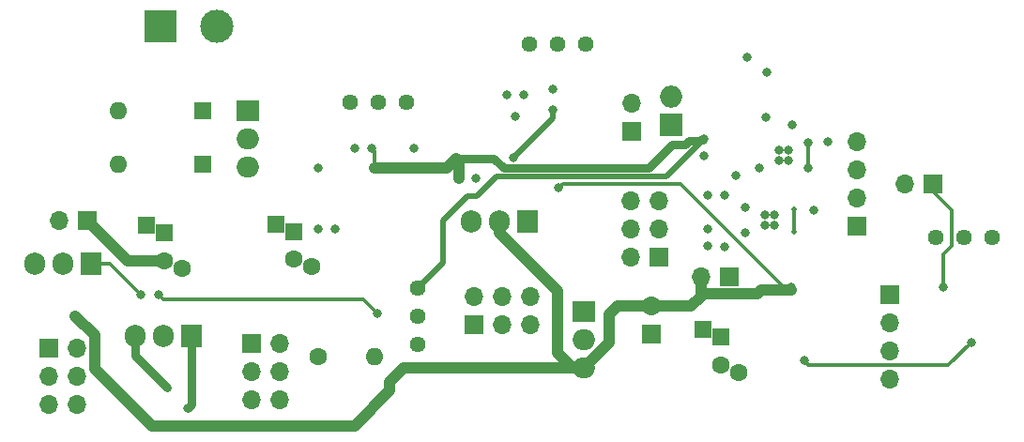
<source format=gbl>
%TF.GenerationSoftware,KiCad,Pcbnew,7.0.5-7.0.5~ubuntu23.04.1*%
%TF.CreationDate,2023-07-09T19:19:44+02:00*%
%TF.ProjectId,omega-pico,6f6d6567-612d-4706-9963-6f2e6b696361,rev?*%
%TF.SameCoordinates,Original*%
%TF.FileFunction,Copper,L4,Bot*%
%TF.FilePolarity,Positive*%
%FSLAX46Y46*%
G04 Gerber Fmt 4.6, Leading zero omitted, Abs format (unit mm)*
G04 Created by KiCad (PCBNEW 7.0.5-7.0.5~ubuntu23.04.1) date 2023-07-09 19:19:44*
%MOMM*%
%LPD*%
G01*
G04 APERTURE LIST*
%TA.AperFunction,ComponentPad*%
%ADD10C,1.440000*%
%TD*%
%TA.AperFunction,ComponentPad*%
%ADD11O,1.700000X1.700000*%
%TD*%
%TA.AperFunction,ComponentPad*%
%ADD12R,1.700000X1.700000*%
%TD*%
%TA.AperFunction,ComponentPad*%
%ADD13R,2.000000X2.000000*%
%TD*%
%TA.AperFunction,ComponentPad*%
%ADD14O,2.000000X2.000000*%
%TD*%
%TA.AperFunction,ComponentPad*%
%ADD15R,2.000000X1.905000*%
%TD*%
%TA.AperFunction,ComponentPad*%
%ADD16O,2.000000X1.905000*%
%TD*%
%TA.AperFunction,ComponentPad*%
%ADD17R,3.000000X3.000000*%
%TD*%
%TA.AperFunction,ComponentPad*%
%ADD18C,3.000000*%
%TD*%
%TA.AperFunction,ComponentPad*%
%ADD19C,1.600000*%
%TD*%
%TA.AperFunction,ComponentPad*%
%ADD20O,1.600000X1.600000*%
%TD*%
%TA.AperFunction,ComponentPad*%
%ADD21R,1.600000X1.600000*%
%TD*%
%TA.AperFunction,ComponentPad*%
%ADD22R,1.905000X2.000000*%
%TD*%
%TA.AperFunction,ComponentPad*%
%ADD23O,1.905000X2.000000*%
%TD*%
%TA.AperFunction,ViaPad*%
%ADD24C,0.800000*%
%TD*%
%TA.AperFunction,ViaPad*%
%ADD25C,0.500000*%
%TD*%
%TA.AperFunction,Conductor*%
%ADD26C,0.750000*%
%TD*%
%TA.AperFunction,Conductor*%
%ADD27C,0.500000*%
%TD*%
%TA.AperFunction,Conductor*%
%ADD28C,0.350000*%
%TD*%
%TA.AperFunction,Conductor*%
%ADD29C,1.000000*%
%TD*%
G04 APERTURE END LIST*
D10*
X125603000Y-71628000D03*
X123063000Y-71628000D03*
X120523000Y-71628000D03*
D11*
X79756000Y-104140000D03*
X77216000Y-104140000D03*
X79756000Y-101600000D03*
X77216000Y-101600000D03*
X79756000Y-99060000D03*
D12*
X77216000Y-99060000D03*
D13*
X133350000Y-78867000D03*
D14*
X133350000Y-76327000D03*
D10*
X162254000Y-89027000D03*
X159714000Y-89027000D03*
X157174000Y-89027000D03*
D12*
X131572000Y-97790000D03*
D11*
X131572000Y-95250000D03*
D15*
X95174000Y-77648000D03*
D16*
X95174000Y-80188000D03*
X95174000Y-82728000D03*
D17*
X87300000Y-70028000D03*
D18*
X92380000Y-70028000D03*
D19*
X101473000Y-99822000D03*
D20*
X106553000Y-99822000D03*
D12*
X156972000Y-84201000D03*
D11*
X154432000Y-84201000D03*
D21*
X91110000Y-82474000D03*
D20*
X83490000Y-82474000D03*
D12*
X80645000Y-87503000D03*
D11*
X78105000Y-87503000D03*
X153035000Y-101854000D03*
X153035000Y-99314000D03*
X153035000Y-96774000D03*
D12*
X153035000Y-94234000D03*
D22*
X81026000Y-91440000D03*
D23*
X78486000Y-91440000D03*
X75946000Y-91440000D03*
D15*
X125476000Y-95758000D03*
D16*
X125476000Y-98298000D03*
X125476000Y-100838000D03*
D12*
X150114000Y-88011000D03*
D11*
X150114000Y-85471000D03*
X150114000Y-82931000D03*
X150114000Y-80391000D03*
D12*
X129794000Y-79502000D03*
D11*
X129794000Y-76962000D03*
D22*
X90043000Y-97917000D03*
D23*
X87503000Y-97917000D03*
X84963000Y-97917000D03*
D12*
X132207000Y-90805000D03*
D11*
X129667000Y-90805000D03*
X132207000Y-88265000D03*
X129667000Y-88265000D03*
X132207000Y-85725000D03*
X129667000Y-85725000D03*
D21*
X91110000Y-77648000D03*
D20*
X83490000Y-77648000D03*
D12*
X95524063Y-98571312D03*
D11*
X98064063Y-98571312D03*
X95524063Y-101111312D03*
X98064063Y-101111312D03*
X95524063Y-103651312D03*
X98064063Y-103651312D03*
D22*
X120396000Y-87630000D03*
D23*
X117856000Y-87630000D03*
X115316000Y-87630000D03*
D10*
X110490000Y-98679000D03*
X110490000Y-96139000D03*
X110490000Y-93599000D03*
D12*
X115570000Y-96901000D03*
D11*
X115570000Y-94361000D03*
X118110000Y-96901000D03*
X118110000Y-94361000D03*
X120650000Y-96901000D03*
X120650000Y-94361000D03*
D10*
X109474000Y-76835000D03*
X106934000Y-76835000D03*
X104394000Y-76835000D03*
D12*
X138557000Y-92583000D03*
D11*
X136017000Y-92583000D03*
D21*
X97714000Y-87848063D03*
X99314000Y-88519000D03*
D19*
X99314000Y-91019000D03*
X100914000Y-91689937D03*
D21*
X136195000Y-97373063D03*
X137795000Y-98044000D03*
D19*
X137795000Y-100544000D03*
X139395000Y-101214937D03*
D21*
X86030000Y-87975063D03*
X87630000Y-88646000D03*
D19*
X87630000Y-91146000D03*
X89230000Y-91816937D03*
D24*
X101473000Y-82804000D03*
X89728000Y-104442500D03*
X141795500Y-87045500D03*
X140192000Y-72771000D03*
X147447000Y-80378000D03*
X141795500Y-87934500D03*
X103010000Y-88265000D03*
X141986000Y-74105000D03*
X136652000Y-89802000D03*
X122682000Y-75631000D03*
X143032812Y-82067400D03*
X143881006Y-82067400D03*
X143891000Y-81153000D03*
X104775000Y-81026000D03*
X110122000Y-81026000D03*
X139158812Y-83477400D03*
X143042806Y-81153000D03*
X142684500Y-87934500D03*
X115710000Y-83693000D03*
X146177000Y-86588000D03*
X144259000Y-78867000D03*
X140040000Y-88639502D03*
X138176000Y-89852000D03*
X136301812Y-81712400D03*
X142684500Y-87045500D03*
X141254812Y-82764902D03*
X118478000Y-76200000D03*
X157861000Y-93537000D03*
X140040000Y-86340498D03*
X119253000Y-78105000D03*
X136652000Y-85220000D03*
X136652000Y-88252000D03*
X120015000Y-76200000D03*
X141859000Y-78232000D03*
X101460000Y-88265000D03*
X138176000Y-85187000D03*
X136301812Y-80162400D03*
X106299000Y-81026000D03*
X114173000Y-83693000D03*
X106553000Y-82804000D03*
X113976000Y-81915000D03*
X119126000Y-81827500D03*
X122682000Y-77531000D03*
D25*
X144440000Y-86490498D03*
X144440000Y-88489502D03*
D24*
X145654812Y-82764902D03*
X145699812Y-80465898D03*
X144145000Y-93533500D03*
X123190000Y-84582000D03*
X79563000Y-96139000D03*
X107950000Y-102095000D03*
X141478000Y-93787500D03*
X145318000Y-100138000D03*
X160401000Y-98487000D03*
X87884000Y-102616000D03*
X85471000Y-94234000D03*
X87122000Y-94234000D03*
X106807000Y-95885000D03*
D26*
X136222212Y-80242000D02*
X136117212Y-80137000D01*
X136117212Y-80137000D02*
X135937212Y-80317000D01*
X135937212Y-80317000D02*
X134925000Y-80317000D01*
X134925000Y-80317000D02*
X134597000Y-80645000D01*
X131256000Y-82802500D02*
X118235500Y-82802500D01*
X117348000Y-81915000D02*
X113976000Y-81915000D01*
X134597000Y-80645000D02*
X133413500Y-80645000D01*
X133413500Y-80645000D02*
X131256000Y-82802500D01*
X118235500Y-82802500D02*
X117348000Y-81915000D01*
D27*
X110490000Y-93599000D02*
X112776000Y-91313000D01*
X112776000Y-91313000D02*
X112776000Y-87503000D01*
X112776000Y-87503000D02*
X114935000Y-85344000D01*
X114935000Y-85344000D02*
X115824000Y-85344000D01*
X115824000Y-85344000D02*
X117592000Y-83576000D01*
X117592000Y-83576000D02*
X132888212Y-83576000D01*
X132888212Y-83576000D02*
X136222212Y-80242000D01*
D28*
X134187284Y-84201000D02*
X143773784Y-93787500D01*
X123571000Y-84201000D02*
X134187284Y-84201000D01*
X143773784Y-93787500D02*
X144145000Y-93787500D01*
X123190000Y-84582000D02*
X123571000Y-84201000D01*
D29*
X125476000Y-100838000D02*
X127762000Y-98552000D01*
X127762000Y-98552000D02*
X127762000Y-96012000D01*
X127762000Y-96012000D02*
X128524000Y-95250000D01*
X128524000Y-95250000D02*
X131572000Y-95250000D01*
X104775000Y-106045000D02*
X86487000Y-106045000D01*
X81306000Y-100864000D02*
X81306000Y-97882000D01*
X107950000Y-102095000D02*
X107950000Y-102870000D01*
X107950000Y-102870000D02*
X104775000Y-106045000D01*
X86487000Y-106045000D02*
X81306000Y-100864000D01*
X81306000Y-97882000D02*
X79563000Y-96139000D01*
X107950000Y-102095000D02*
X109207000Y-100838000D01*
X109207000Y-100838000D02*
X125476000Y-100838000D01*
X87630000Y-91146000D02*
X84288000Y-91146000D01*
X84288000Y-91146000D02*
X80645000Y-87503000D01*
D26*
X89728000Y-104442500D02*
X90043000Y-104127500D01*
X90043000Y-104127500D02*
X90043000Y-97917000D01*
D28*
X158619000Y-89793000D02*
X158619000Y-86618000D01*
X158619000Y-86618000D02*
X156587000Y-84586000D01*
X157861000Y-90551000D02*
X158619000Y-89793000D01*
X157861000Y-93537000D02*
X157861000Y-90551000D01*
D29*
X114173000Y-83693000D02*
X114173000Y-82112000D01*
D28*
X106553000Y-82804000D02*
X106553000Y-81280000D01*
D29*
X113976000Y-81915000D02*
X113087000Y-82804000D01*
D28*
X106553000Y-81280000D02*
X106299000Y-81026000D01*
X136222212Y-80242000D02*
X136301812Y-80162400D01*
D29*
X113087000Y-82804000D02*
X106553000Y-82804000D01*
D27*
X122682000Y-78271500D02*
X122682000Y-77531000D01*
X119126000Y-81827500D02*
X122682000Y-78271500D01*
D28*
X144440000Y-88489502D02*
X144440000Y-86490498D01*
X145699812Y-80465898D02*
X145699812Y-82719902D01*
X145699812Y-82719902D02*
X145654812Y-82764902D01*
D29*
X131572000Y-95250000D02*
X135128000Y-95250000D01*
X117856000Y-87630000D02*
X117856000Y-88646000D01*
X136364919Y-94133000D02*
X141132500Y-94133000D01*
X136017000Y-92583000D02*
X136017000Y-93785081D01*
X135128000Y-95250000D02*
X136017000Y-94361000D01*
X144145000Y-93787500D02*
X144143000Y-93785500D01*
X141480000Y-93785500D02*
X141478000Y-93787500D01*
X144143000Y-93785500D02*
X141480000Y-93785500D01*
X123063000Y-93853000D02*
X123063000Y-99441000D01*
X136017000Y-93785081D02*
X136364919Y-94133000D01*
X136017000Y-94361000D02*
X136017000Y-92583000D01*
X141132500Y-94133000D02*
X141478000Y-93787500D01*
X123063000Y-99441000D02*
X124460000Y-100838000D01*
X124460000Y-100838000D02*
X125476000Y-100838000D01*
X117856000Y-88646000D02*
X123063000Y-93853000D01*
D28*
X145719000Y-100539000D02*
X145318000Y-100138000D01*
X160401000Y-98487000D02*
X158349000Y-100539000D01*
X158349000Y-100539000D02*
X145719000Y-100539000D01*
D26*
X87884000Y-102616000D02*
X84963000Y-99695000D01*
X84963000Y-99695000D02*
X84963000Y-97917000D01*
D28*
X81026000Y-91440000D02*
X82677000Y-91440000D01*
X82677000Y-91440000D02*
X85471000Y-94234000D01*
X87122000Y-94234000D02*
X87503000Y-94615000D01*
X87503000Y-94615000D02*
X105537000Y-94615000D01*
X105537000Y-94615000D02*
X106807000Y-95885000D01*
M02*

</source>
